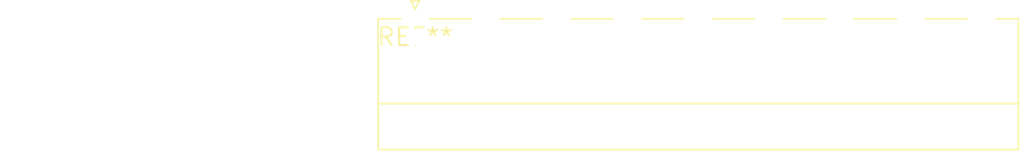
<source format=kicad_pcb>
(kicad_pcb (version 20240108) (generator pcbnew)
  (layers (0 "F.Cu" signal) (31 "B.Cu" signal) (34 "B.Paste" user) (35 "F.Paste" user) (36 "B.SilkS" user "B.Silkscreen") (37 "F.SilkS" user "F.Silkscreen") (38 "B.Mask" user) (39 "F.Mask" user) (44 "Edge.Cuts" user))
  (net 0 "")
  (footprint "PhoenixContact_MC_1,5_9-G-5.08_1x09_P5.08mm_Horizontal" (layer "F.Cu") (at 0 0)
    (property "Reference" "REF**")
    (property "Value" "PhoenixContact_MC_1,5_9-G-5.08_1x09_P5.08mm_Horizontal")
    (fp_line (start -2.65 -1.31) (end -2.65 8.11) (layer "F.SilkS") (stroke (width 0.12)))
    (fp_line (start -2.65 -1.31) (end -1.05 -1.31) (layer "F.SilkS") (stroke (width 0.12)))
    (fp_line (start -2.65 4.8) (end 43.29 4.8) (layer "F.SilkS") (stroke (width 0.12)))
    (fp_line (start -2.65 8.11) (end 43.29 8.11) (layer "F.SilkS") (stroke (width 0.12)))
    (fp_line (start -0.3 -2.6) (end 0.3 -2.6) (layer "F.SilkS") (stroke (width 0.12)))
    (fp_line (start 0 -2) (end -0.3 -2.6) (layer "F.SilkS") (stroke (width 0.12)))
    (fp_line (start 0.3 -2.6) (end 0 -2) (layer "F.SilkS") (stroke (width 0.12)))
    (fp_line (start 1.05 -1.31) (end 4.03 -1.31) (layer "F.SilkS") (stroke (width 0.12)))
    (fp_line (start 6.13 -1.31) (end 9.11 -1.31) (layer "F.SilkS") (stroke (width 0.12)))
    (fp_line (start 11.21 -1.31) (end 14.19 -1.31) (layer "F.SilkS") (stroke (width 0.12)))
    (fp_line (start 16.29 -1.31) (end 19.27 -1.31) (layer "F.SilkS") (stroke (width 0.12)))
    (fp_line (start 21.37 -1.31) (end 24.35 -1.31) (layer "F.SilkS") (stroke (width 0.12)))
    (fp_line (start 26.45 -1.31) (end 29.43 -1.31) (layer "F.SilkS") (stroke (width 0.12)))
    (fp_line (start 31.53 -1.31) (end 34.51 -1.31) (layer "F.SilkS") (stroke (width 0.12)))
    (fp_line (start 36.61 -1.31) (end 39.59 -1.31) (layer "F.SilkS") (stroke (width 0.12)))
    (fp_line (start 43.29 -1.31) (end 41.69 -1.31) (layer "F.SilkS") (stroke (width 0.12)))
    (fp_line (start 43.29 8.11) (end 43.29 -1.31) (layer "F.SilkS") (stroke (width 0.12)))
    (pad "1" thru_hole roundrect (at 0 0) (size 1.8 3.6) (drill 1.2) (layers *.Cu *.Mask) (remove_unused_layers) (roundrect_rratio 0.138889))
    (pad "2" thru_hole oval (at 5.08 0) (size 1.8 3.6) (drill 1.2) (layers *.Cu *.Mask) (remove_unused_layers))
    (pad "3" thru_hole oval (at 10.16 0) (size 1.8 3.6) (drill 1.2) (layers *.Cu *.Mask) (remove_unused_layers))
    (pad "4" thru_hole oval (at 15.24 0) (size 1.8 3.6) (drill 1.2) (layers *.Cu *.Mask) (remove_unused_layers))
    (pad "5" thru_hole oval (at 20.32 0) (size 1.8 3.6) (drill 1.2) (layers *.Cu *.Mask) (remove_unused_layers))
    (pad "6" thru_hole oval (at 25.4 0) (size 1.8 3.6) (drill 1.2) (layers *.Cu *.Mask) (remove_unused_layers))
    (pad "7" thru_hole oval (at 30.48 0) (size 1.8 3.6) (drill 1.2) (layers *.Cu *.Mask) (remove_unused_layers))
    (pad "8" thru_hole oval (at 35.56 0) (size 1.8 3.6) (drill 1.2) (layers *.Cu *.Mask) (remove_unused_layers))
    (pad "9" thru_hole oval (at 40.64 0) (size 1.8 3.6) (drill 1.2) (layers *.Cu *.Mask) (remove_unused_layers))
  )
)
</source>
